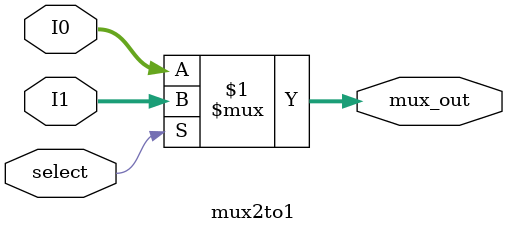
<source format=v>
module mux2to1 #(parameter N = 32)(input[N-1:0] I0,I1,input select, output reg[N-1:0] mux_out);

	assign mux_out=select?I1:I0;
                
endmodule
</source>
